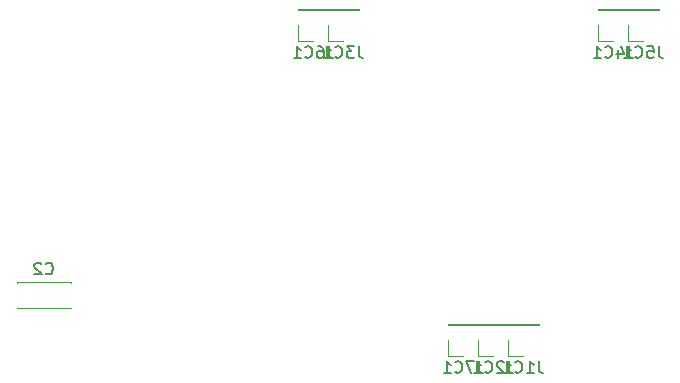
<source format=gbr>
G04 #@! TF.GenerationSoftware,KiCad,Pcbnew,(5.0.2)-1*
G04 #@! TF.CreationDate,2019-05-02T00:13:42-05:00*
G04 #@! TF.ProjectId,vcaControl,76636143-6f6e-4747-926f-6c2e6b696361,rev?*
G04 #@! TF.SameCoordinates,Original*
G04 #@! TF.FileFunction,Legend,Bot*
G04 #@! TF.FilePolarity,Positive*
%FSLAX46Y46*%
G04 Gerber Fmt 4.6, Leading zero omitted, Abs format (unit mm)*
G04 Created by KiCad (PCBNEW (5.0.2)-1) date 5/2/2019 12:13:42 AM*
%MOMM*%
%LPD*%
G01*
G04 APERTURE LIST*
%ADD10C,0.120000*%
%ADD11C,0.150000*%
G04 APERTURE END LIST*
D10*
G04 #@! TO.C,C2*
X103910000Y-118310000D02*
X99370000Y-118310000D01*
X103910000Y-120450000D02*
X99370000Y-120450000D01*
X103910000Y-118310000D02*
X103910000Y-118325000D01*
X103910000Y-120435000D02*
X103910000Y-120450000D01*
X99370000Y-118310000D02*
X99370000Y-118325000D01*
X99370000Y-120435000D02*
X99370000Y-120450000D01*
G04 #@! TO.C,J1C1*
X140910000Y-121860000D02*
X143570000Y-121860000D01*
X140910000Y-121920000D02*
X140910000Y-121860000D01*
X143570000Y-121920000D02*
X143570000Y-121860000D01*
X140910000Y-121920000D02*
X143570000Y-121920000D01*
X140910000Y-123190000D02*
X140910000Y-124520000D01*
X140910000Y-124520000D02*
X142240000Y-124520000D01*
G04 #@! TO.C,J2C1*
X138370000Y-124520000D02*
X139700000Y-124520000D01*
X138370000Y-123190000D02*
X138370000Y-124520000D01*
X138370000Y-121920000D02*
X141030000Y-121920000D01*
X141030000Y-121920000D02*
X141030000Y-121860000D01*
X138370000Y-121920000D02*
X138370000Y-121860000D01*
X138370000Y-121860000D02*
X141030000Y-121860000D01*
G04 #@! TO.C,J3C1*
X125670000Y-95190000D02*
X128330000Y-95190000D01*
X125670000Y-95250000D02*
X125670000Y-95190000D01*
X128330000Y-95250000D02*
X128330000Y-95190000D01*
X125670000Y-95250000D02*
X128330000Y-95250000D01*
X125670000Y-96520000D02*
X125670000Y-97850000D01*
X125670000Y-97850000D02*
X127000000Y-97850000D01*
G04 #@! TO.C,J4C1*
X148530000Y-97850000D02*
X149860000Y-97850000D01*
X148530000Y-96520000D02*
X148530000Y-97850000D01*
X148530000Y-95250000D02*
X151190000Y-95250000D01*
X151190000Y-95250000D02*
X151190000Y-95190000D01*
X148530000Y-95250000D02*
X148530000Y-95190000D01*
X148530000Y-95190000D02*
X151190000Y-95190000D01*
G04 #@! TO.C,J5C1*
X151070000Y-95190000D02*
X153730000Y-95190000D01*
X151070000Y-95250000D02*
X151070000Y-95190000D01*
X153730000Y-95250000D02*
X153730000Y-95190000D01*
X151070000Y-95250000D02*
X153730000Y-95250000D01*
X151070000Y-96520000D02*
X151070000Y-97850000D01*
X151070000Y-97850000D02*
X152400000Y-97850000D01*
G04 #@! TO.C,J6C1*
X123130000Y-97850000D02*
X124460000Y-97850000D01*
X123130000Y-96520000D02*
X123130000Y-97850000D01*
X123130000Y-95250000D02*
X125790000Y-95250000D01*
X125790000Y-95250000D02*
X125790000Y-95190000D01*
X123130000Y-95250000D02*
X123130000Y-95190000D01*
X123130000Y-95190000D02*
X125790000Y-95190000D01*
G04 #@! TO.C,J7C1*
X135830000Y-121860000D02*
X138490000Y-121860000D01*
X135830000Y-121920000D02*
X135830000Y-121860000D01*
X138490000Y-121920000D02*
X138490000Y-121860000D01*
X135830000Y-121920000D02*
X138490000Y-121920000D01*
X135830000Y-123190000D02*
X135830000Y-124520000D01*
X135830000Y-124520000D02*
X137160000Y-124520000D01*
G04 #@! TO.C,C2*
D11*
X101806666Y-117537142D02*
X101854285Y-117584761D01*
X101997142Y-117632380D01*
X102092380Y-117632380D01*
X102235238Y-117584761D01*
X102330476Y-117489523D01*
X102378095Y-117394285D01*
X102425714Y-117203809D01*
X102425714Y-117060952D01*
X102378095Y-116870476D01*
X102330476Y-116775238D01*
X102235238Y-116680000D01*
X102092380Y-116632380D01*
X101997142Y-116632380D01*
X101854285Y-116680000D01*
X101806666Y-116727619D01*
X101425714Y-116727619D02*
X101378095Y-116680000D01*
X101282857Y-116632380D01*
X101044761Y-116632380D01*
X100949523Y-116680000D01*
X100901904Y-116727619D01*
X100854285Y-116822857D01*
X100854285Y-116918095D01*
X100901904Y-117060952D01*
X101473333Y-117632380D01*
X100854285Y-117632380D01*
G04 #@! TO.C,J1C1*
X143549523Y-124972380D02*
X143549523Y-125686666D01*
X143597142Y-125829523D01*
X143692380Y-125924761D01*
X143835238Y-125972380D01*
X143930476Y-125972380D01*
X142549523Y-125972380D02*
X143120952Y-125972380D01*
X142835238Y-125972380D02*
X142835238Y-124972380D01*
X142930476Y-125115238D01*
X143025714Y-125210476D01*
X143120952Y-125258095D01*
X141549523Y-125877142D02*
X141597142Y-125924761D01*
X141740000Y-125972380D01*
X141835238Y-125972380D01*
X141978095Y-125924761D01*
X142073333Y-125829523D01*
X142120952Y-125734285D01*
X142168571Y-125543809D01*
X142168571Y-125400952D01*
X142120952Y-125210476D01*
X142073333Y-125115238D01*
X141978095Y-125020000D01*
X141835238Y-124972380D01*
X141740000Y-124972380D01*
X141597142Y-125020000D01*
X141549523Y-125067619D01*
X140597142Y-125972380D02*
X141168571Y-125972380D01*
X140882857Y-125972380D02*
X140882857Y-124972380D01*
X140978095Y-125115238D01*
X141073333Y-125210476D01*
X141168571Y-125258095D01*
G04 #@! TO.C,J2C1*
X141009523Y-124972380D02*
X141009523Y-125686666D01*
X141057142Y-125829523D01*
X141152380Y-125924761D01*
X141295238Y-125972380D01*
X141390476Y-125972380D01*
X140580952Y-125067619D02*
X140533333Y-125020000D01*
X140438095Y-124972380D01*
X140200000Y-124972380D01*
X140104761Y-125020000D01*
X140057142Y-125067619D01*
X140009523Y-125162857D01*
X140009523Y-125258095D01*
X140057142Y-125400952D01*
X140628571Y-125972380D01*
X140009523Y-125972380D01*
X139009523Y-125877142D02*
X139057142Y-125924761D01*
X139200000Y-125972380D01*
X139295238Y-125972380D01*
X139438095Y-125924761D01*
X139533333Y-125829523D01*
X139580952Y-125734285D01*
X139628571Y-125543809D01*
X139628571Y-125400952D01*
X139580952Y-125210476D01*
X139533333Y-125115238D01*
X139438095Y-125020000D01*
X139295238Y-124972380D01*
X139200000Y-124972380D01*
X139057142Y-125020000D01*
X139009523Y-125067619D01*
X138057142Y-125972380D02*
X138628571Y-125972380D01*
X138342857Y-125972380D02*
X138342857Y-124972380D01*
X138438095Y-125115238D01*
X138533333Y-125210476D01*
X138628571Y-125258095D01*
G04 #@! TO.C,J3C1*
X128309523Y-98302380D02*
X128309523Y-99016666D01*
X128357142Y-99159523D01*
X128452380Y-99254761D01*
X128595238Y-99302380D01*
X128690476Y-99302380D01*
X127928571Y-98302380D02*
X127309523Y-98302380D01*
X127642857Y-98683333D01*
X127500000Y-98683333D01*
X127404761Y-98730952D01*
X127357142Y-98778571D01*
X127309523Y-98873809D01*
X127309523Y-99111904D01*
X127357142Y-99207142D01*
X127404761Y-99254761D01*
X127500000Y-99302380D01*
X127785714Y-99302380D01*
X127880952Y-99254761D01*
X127928571Y-99207142D01*
X126309523Y-99207142D02*
X126357142Y-99254761D01*
X126500000Y-99302380D01*
X126595238Y-99302380D01*
X126738095Y-99254761D01*
X126833333Y-99159523D01*
X126880952Y-99064285D01*
X126928571Y-98873809D01*
X126928571Y-98730952D01*
X126880952Y-98540476D01*
X126833333Y-98445238D01*
X126738095Y-98350000D01*
X126595238Y-98302380D01*
X126500000Y-98302380D01*
X126357142Y-98350000D01*
X126309523Y-98397619D01*
X125357142Y-99302380D02*
X125928571Y-99302380D01*
X125642857Y-99302380D02*
X125642857Y-98302380D01*
X125738095Y-98445238D01*
X125833333Y-98540476D01*
X125928571Y-98588095D01*
G04 #@! TO.C,J4C1*
X151169523Y-98302380D02*
X151169523Y-99016666D01*
X151217142Y-99159523D01*
X151312380Y-99254761D01*
X151455238Y-99302380D01*
X151550476Y-99302380D01*
X150264761Y-98635714D02*
X150264761Y-99302380D01*
X150502857Y-98254761D02*
X150740952Y-98969047D01*
X150121904Y-98969047D01*
X149169523Y-99207142D02*
X149217142Y-99254761D01*
X149360000Y-99302380D01*
X149455238Y-99302380D01*
X149598095Y-99254761D01*
X149693333Y-99159523D01*
X149740952Y-99064285D01*
X149788571Y-98873809D01*
X149788571Y-98730952D01*
X149740952Y-98540476D01*
X149693333Y-98445238D01*
X149598095Y-98350000D01*
X149455238Y-98302380D01*
X149360000Y-98302380D01*
X149217142Y-98350000D01*
X149169523Y-98397619D01*
X148217142Y-99302380D02*
X148788571Y-99302380D01*
X148502857Y-99302380D02*
X148502857Y-98302380D01*
X148598095Y-98445238D01*
X148693333Y-98540476D01*
X148788571Y-98588095D01*
G04 #@! TO.C,J5C1*
X153709523Y-98302380D02*
X153709523Y-99016666D01*
X153757142Y-99159523D01*
X153852380Y-99254761D01*
X153995238Y-99302380D01*
X154090476Y-99302380D01*
X152757142Y-98302380D02*
X153233333Y-98302380D01*
X153280952Y-98778571D01*
X153233333Y-98730952D01*
X153138095Y-98683333D01*
X152900000Y-98683333D01*
X152804761Y-98730952D01*
X152757142Y-98778571D01*
X152709523Y-98873809D01*
X152709523Y-99111904D01*
X152757142Y-99207142D01*
X152804761Y-99254761D01*
X152900000Y-99302380D01*
X153138095Y-99302380D01*
X153233333Y-99254761D01*
X153280952Y-99207142D01*
X151709523Y-99207142D02*
X151757142Y-99254761D01*
X151900000Y-99302380D01*
X151995238Y-99302380D01*
X152138095Y-99254761D01*
X152233333Y-99159523D01*
X152280952Y-99064285D01*
X152328571Y-98873809D01*
X152328571Y-98730952D01*
X152280952Y-98540476D01*
X152233333Y-98445238D01*
X152138095Y-98350000D01*
X151995238Y-98302380D01*
X151900000Y-98302380D01*
X151757142Y-98350000D01*
X151709523Y-98397619D01*
X150757142Y-99302380D02*
X151328571Y-99302380D01*
X151042857Y-99302380D02*
X151042857Y-98302380D01*
X151138095Y-98445238D01*
X151233333Y-98540476D01*
X151328571Y-98588095D01*
G04 #@! TO.C,J6C1*
X125769523Y-98302380D02*
X125769523Y-99016666D01*
X125817142Y-99159523D01*
X125912380Y-99254761D01*
X126055238Y-99302380D01*
X126150476Y-99302380D01*
X124864761Y-98302380D02*
X125055238Y-98302380D01*
X125150476Y-98350000D01*
X125198095Y-98397619D01*
X125293333Y-98540476D01*
X125340952Y-98730952D01*
X125340952Y-99111904D01*
X125293333Y-99207142D01*
X125245714Y-99254761D01*
X125150476Y-99302380D01*
X124960000Y-99302380D01*
X124864761Y-99254761D01*
X124817142Y-99207142D01*
X124769523Y-99111904D01*
X124769523Y-98873809D01*
X124817142Y-98778571D01*
X124864761Y-98730952D01*
X124960000Y-98683333D01*
X125150476Y-98683333D01*
X125245714Y-98730952D01*
X125293333Y-98778571D01*
X125340952Y-98873809D01*
X123769523Y-99207142D02*
X123817142Y-99254761D01*
X123960000Y-99302380D01*
X124055238Y-99302380D01*
X124198095Y-99254761D01*
X124293333Y-99159523D01*
X124340952Y-99064285D01*
X124388571Y-98873809D01*
X124388571Y-98730952D01*
X124340952Y-98540476D01*
X124293333Y-98445238D01*
X124198095Y-98350000D01*
X124055238Y-98302380D01*
X123960000Y-98302380D01*
X123817142Y-98350000D01*
X123769523Y-98397619D01*
X122817142Y-99302380D02*
X123388571Y-99302380D01*
X123102857Y-99302380D02*
X123102857Y-98302380D01*
X123198095Y-98445238D01*
X123293333Y-98540476D01*
X123388571Y-98588095D01*
G04 #@! TO.C,J7C1*
X138469523Y-124972380D02*
X138469523Y-125686666D01*
X138517142Y-125829523D01*
X138612380Y-125924761D01*
X138755238Y-125972380D01*
X138850476Y-125972380D01*
X138088571Y-124972380D02*
X137421904Y-124972380D01*
X137850476Y-125972380D01*
X136469523Y-125877142D02*
X136517142Y-125924761D01*
X136660000Y-125972380D01*
X136755238Y-125972380D01*
X136898095Y-125924761D01*
X136993333Y-125829523D01*
X137040952Y-125734285D01*
X137088571Y-125543809D01*
X137088571Y-125400952D01*
X137040952Y-125210476D01*
X136993333Y-125115238D01*
X136898095Y-125020000D01*
X136755238Y-124972380D01*
X136660000Y-124972380D01*
X136517142Y-125020000D01*
X136469523Y-125067619D01*
X135517142Y-125972380D02*
X136088571Y-125972380D01*
X135802857Y-125972380D02*
X135802857Y-124972380D01*
X135898095Y-125115238D01*
X135993333Y-125210476D01*
X136088571Y-125258095D01*
G04 #@! TD*
M02*

</source>
